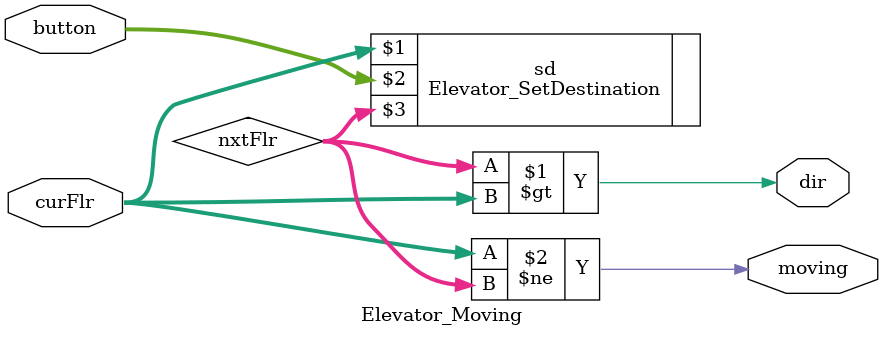
<source format=v>


module Elevator_Moving(
	input		[3:0]	button,
	input		[1:0]	curFlr,
	output				dir,//1 up, 0 dn
	output				moving//,
//	output		[1:0]	nxtFlr
);
wire [1:0] nxtFlr;

Elevator_SetDestination sd(curFlr,button,nxtFlr);

assign dir = nxtFlr > curFlr;
assign moving = (curFlr != nxtFlr);

endmodule


</source>
